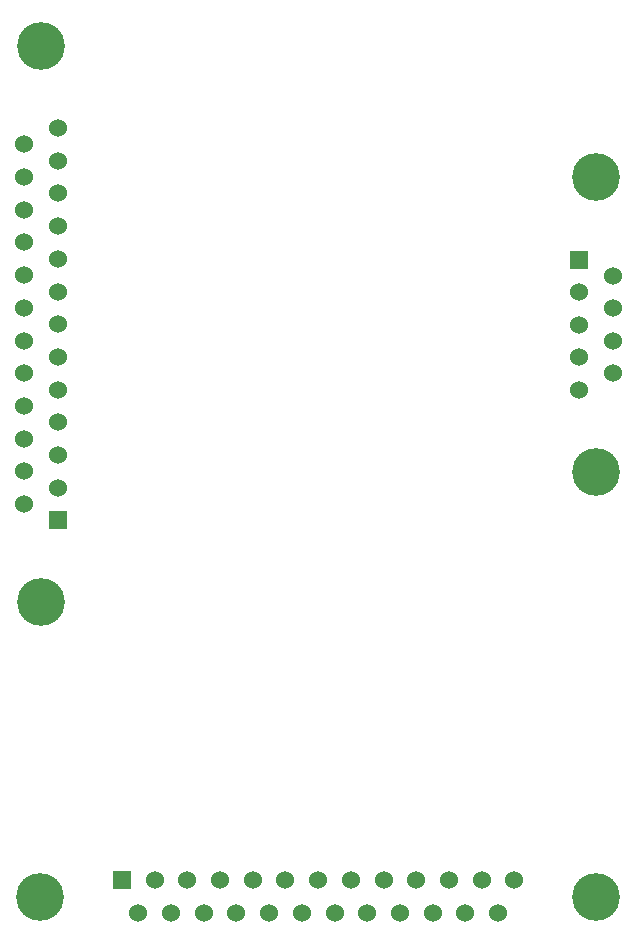
<source format=gbr>
%TF.GenerationSoftware,KiCad,Pcbnew,9.0.4*%
%TF.CreationDate,2025-11-17T21:33:10+13:00*%
%TF.ProjectId,LoopbackBoard,4c6f6f70-6261-4636-9b42-6f6172642e6b,rev?*%
%TF.SameCoordinates,Original*%
%TF.FileFunction,Soldermask,Bot*%
%TF.FilePolarity,Negative*%
%FSLAX46Y46*%
G04 Gerber Fmt 4.6, Leading zero omitted, Abs format (unit mm)*
G04 Created by KiCad (PCBNEW 9.0.4) date 2025-11-17 21:33:10*
%MOMM*%
%LPD*%
G01*
G04 APERTURE LIST*
%ADD10C,4.048760*%
%ADD11R,1.524000X1.524000*%
%ADD12C,1.524000*%
G04 APERTURE END LIST*
D10*
%TO.C,J1*%
X129349500Y-35098740D03*
X129349500Y-60087260D03*
D11*
X127927100Y-42106600D03*
D12*
X127927100Y-44849800D03*
X127927100Y-47593000D03*
X127927100Y-50336200D03*
X127927100Y-53079400D03*
X130771900Y-43478200D03*
X130771900Y-46196000D03*
X130771900Y-48964600D03*
X130771900Y-51707800D03*
%TD*%
D11*
%TO.C,J4*%
X89217500Y-94596000D03*
D12*
X91986100Y-94596000D03*
X94754700Y-94596000D03*
X97523300Y-94596000D03*
X100291900Y-94596000D03*
X103060500Y-94596000D03*
X105829100Y-94596000D03*
X108597700Y-94596000D03*
X111366300Y-94596000D03*
X114134900Y-94596000D03*
X116903500Y-94596000D03*
X119672100Y-94596000D03*
X122440700Y-94596000D03*
X90601800Y-97440800D03*
X93370400Y-97440800D03*
X96139000Y-97440800D03*
X98907600Y-97440800D03*
X101676200Y-97440800D03*
X104444800Y-97440800D03*
X107213400Y-97440800D03*
X109982000Y-97440800D03*
X112750600Y-97440800D03*
X115519200Y-97440800D03*
X118287800Y-97440800D03*
X121056400Y-97440800D03*
D10*
X129349100Y-96018400D03*
X82309100Y-96018400D03*
%TD*%
D11*
%TO.C,J3*%
X83781900Y-64160400D03*
D12*
X83781900Y-61391800D03*
X83781900Y-58623200D03*
X83781900Y-55854600D03*
X83781900Y-53086000D03*
X83781900Y-50317400D03*
X83781900Y-47548800D03*
X83781900Y-44780200D03*
X83781900Y-42011600D03*
X83781900Y-39243000D03*
X83781900Y-36474400D03*
X83781900Y-33705800D03*
X83781900Y-30937200D03*
X80937100Y-62776100D03*
X80937100Y-60007500D03*
X80937100Y-57238900D03*
X80937100Y-54470300D03*
X80937100Y-51701700D03*
X80937100Y-48933100D03*
X80937100Y-46164500D03*
X80937100Y-43395900D03*
X80937100Y-40627300D03*
X80937100Y-37858700D03*
X80937100Y-35090100D03*
X80937100Y-32321500D03*
D10*
X82359500Y-71068800D03*
X82359500Y-24028800D03*
%TD*%
M02*

</source>
